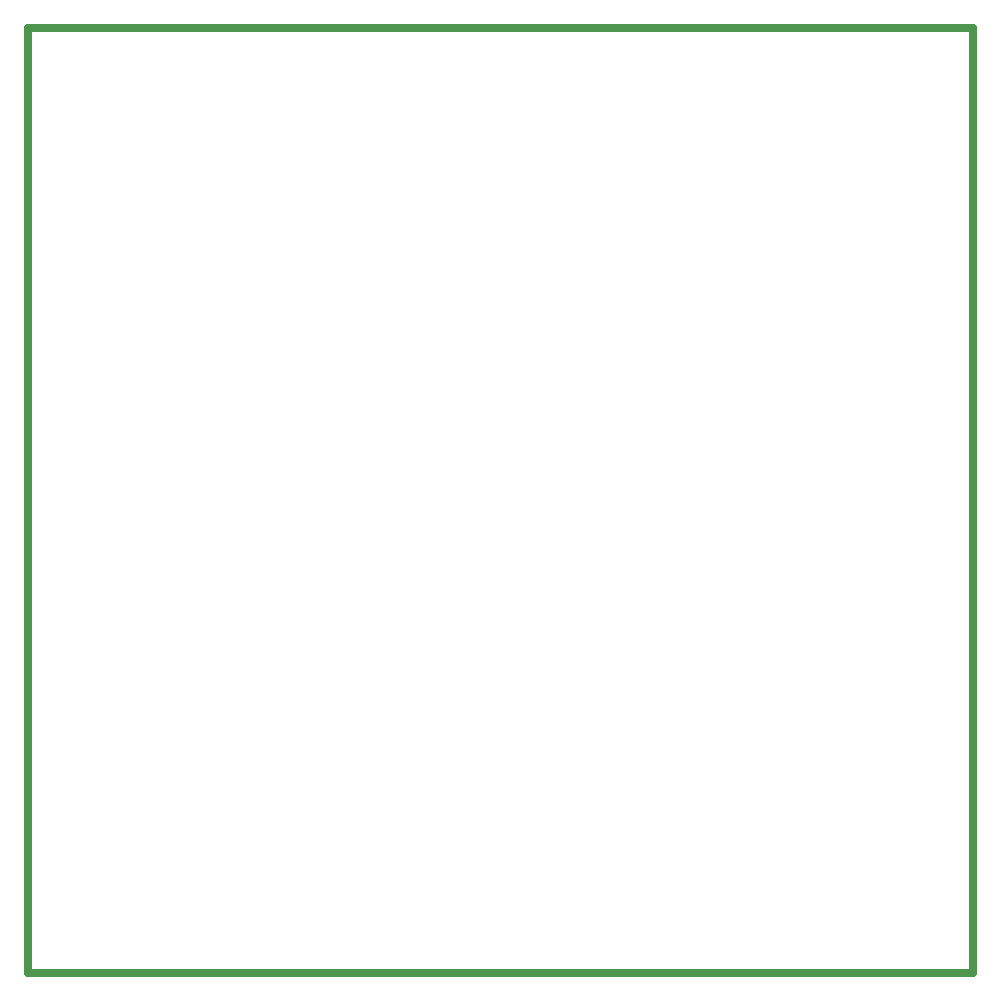
<source format=gbr>
%TF.GenerationSoftware,KiCad,Pcbnew,8.0.2*%
%TF.CreationDate,2024-08-26T14:36:41-03:00*%
%TF.ProjectId,fechadura_eletronica,66656368-6164-4757-9261-5f656c657472,rev?*%
%TF.SameCoordinates,Original*%
%TF.FileFunction,Profile,NP*%
%FSLAX46Y46*%
G04 Gerber Fmt 4.6, Leading zero omitted, Abs format (unit mm)*
G04 Created by KiCad (PCBNEW 8.0.2) date 2024-08-26 14:36:41*
%MOMM*%
%LPD*%
G01*
G04 APERTURE LIST*
%TA.AperFunction,Profile*%
%ADD10C,0.700000*%
%TD*%
G04 APERTURE END LIST*
D10*
X101025000Y-139310000D02*
X181025000Y-139310000D01*
X101025000Y-59310000D02*
X181025000Y-59310000D01*
X181025000Y-59310000D02*
X181023604Y-139310000D01*
X101025000Y-139310000D02*
X101025000Y-59310000D01*
M02*

</source>
